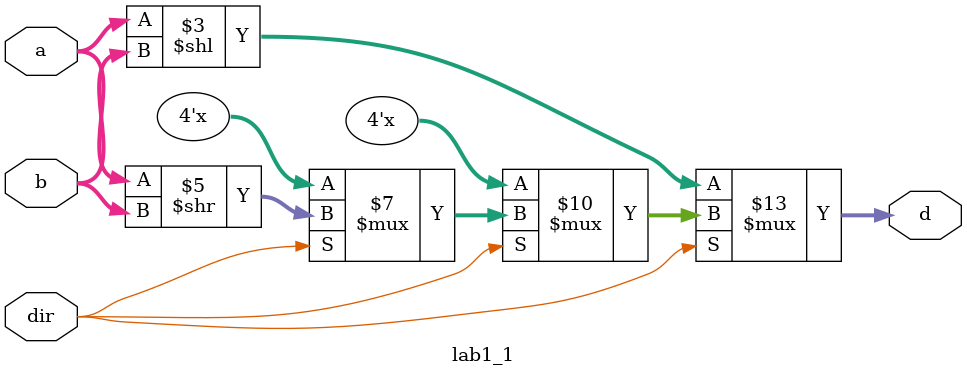
<source format=v>
`timescale 1ns/100ps
module lab1_1(a, b, dir, d);
    input [3:0] a;
    input [1:0] b;
    input dir;
    output reg [3:0] d;
    always @* begin
        if(dir == 1'b0) d = a << b;
        else if(dir == 1'b1) d = a >> b;
    end
endmodule
</source>
